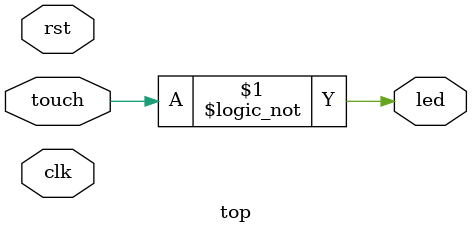
<source format=v>
`timescale 1ns / 1ps
module top(
    input clk,
    input rst,
    input touch,
    output led
);

assign led = !touch; // touch is active low

endmodule

</source>
